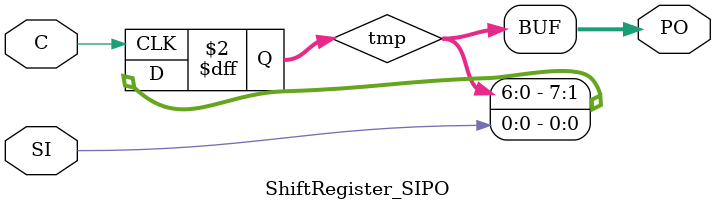
<source format=v>
module ShiftRegister_SIPO(C, SI, PO); input C,SI;
output [7:0] PO;
reg [7:0] tmp;
always @(posedge C) begin
tmp = {tmp[6:0], SI}; end
assign PO = tmp; endmodule

</source>
